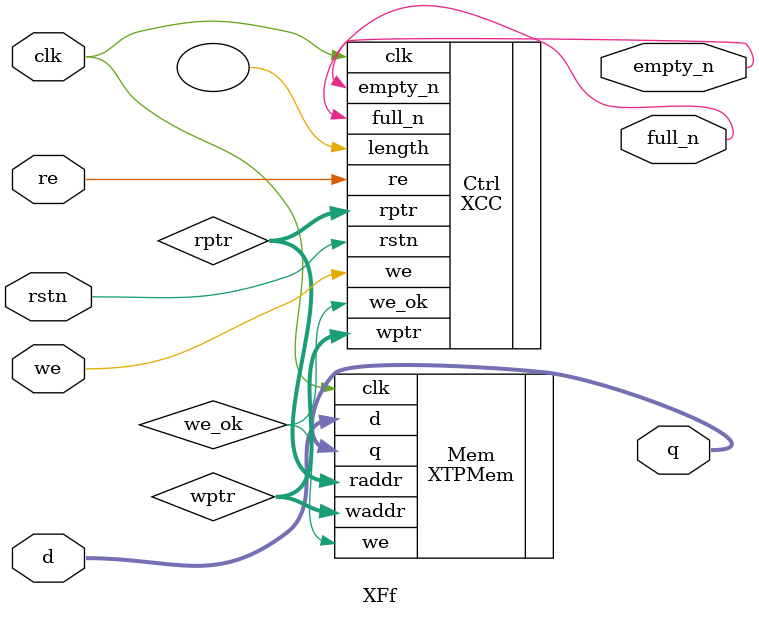
<source format=sv>

module XFf #(parameter DW = 8, DEPTH = 4) (
    input  logic clk
  , input  logic rstn

  , input  logic we
  , input  logic re

	, input  [DW-1:0] d
	, output [DW-1:0] q

  , output logic full_n
  , output logic empty_n
);

localparam AW = DEPTH > 1 ? $clog2(DEPTH) : 1;

logic [AW-1:0] rptr, wptr;
logic          we_ok;

XCC #(.LENGTH(DEPTH), .INIT_FULL(0))
	Ctrl (.clk(clk), .rstn(rstn), .we(we), .re(re), .full_n(full_n), .empty_n(empty_n),
				.we_ok(we_ok), .wptr(wptr), .rptr(rptr), .length());

XTPMem #(.DW(DW), .DEPTH(DEPTH))
	Mem (.clk(clk), .we(we_ok), .waddr(wptr), .raddr(rptr), .d(d), .q(q));

endmodule
// EOF

</source>
